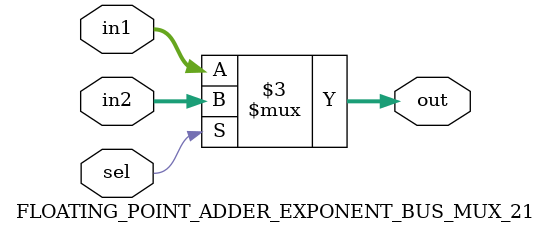
<source format=v>

`timescale 1ns/1ps

module FLOATING_POINT_ADDER_EXPONENT_BUS_MUX_21(out, in1, in2, sel);
	input[7:0] in1, in2;
	output reg[7:0] out;
	input sel;

	always @(*) begin
		if (sel)
			out = in2;
		else
			out = in1;
	end
endmodule

</source>
